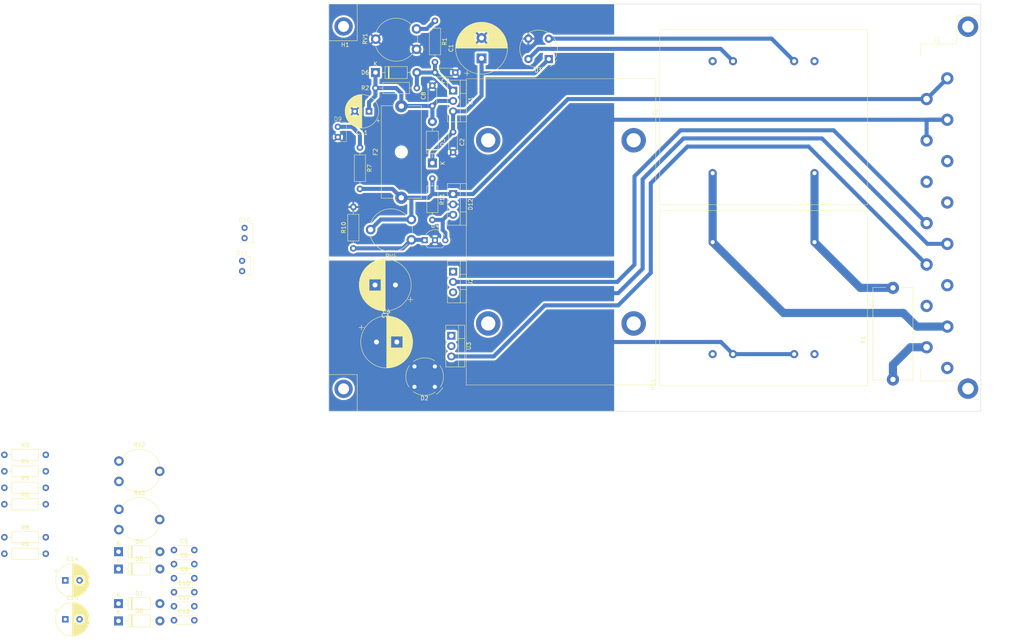
<source format=kicad_pcb>
(kicad_pcb (version 20221018) (generator pcbnew)
  (layers (0 "F.Cu" signal) (31 "B.Cu" signal) (34 "B.Paste" user) (35 "F.Paste" user) (36 "B.SilkS" user "B.Silkscreen") (37 "F.SilkS" user "F.Silkscreen") (38 "B.Mask" user) (39 "F.Mask" user) (44 "Edge.Cuts" user))
  (net 0 "")
  (net 1 "Net-(D1-+)")
  (net 2 "GND1")
  (net 6 "Net-(D2-+)")
  (net 7 "GND2")
  (net 10 "/N")
  (net 11 "/L")
  (net 12 "Net-(D2--)")
  (net 13 "Net-(D6-A)")
  (net 14 "Net-(D3-A)")
  (net 15 "Net-(D7-A)")
  (net 16 "Net-(D8-K)")
  (net 17 "+15V")
  (net 18 "-15V")
  (net 19 "Net-(T1-SA)")
  (net 20 "Net-(T2-SD)")
  (net 21 "Net-(T2-SA)")
  (net 22 "Net-(D9-A)")
  (net 23 "Net-(D10-A)")
  (net 24 "Net-(D11-K)")
  (net 25 "+5V")
  (net 26 "Net-(D12-G)")
  (net 27 "Earth")
  (net 28 "Net-(R4-Pad2)")
  (net 29 "Net-(U4-REF)")
  (net 30 "Net-(T1-AA)")
  (net 31 "Net-(T1-SB)")
  (net 32 "Net-(R1-Pad1)")
  (net 33 "Net-(R3-Pad1)")
  (footprint "Resistor_THT:R_Axial_DIN0207_L6.3mm_D2.5mm_P10.16mm_Horizontal" (layer "F.Cu") (at -9.64 162.85)
    (fp_text reference "R6" (at 5.08 -2.37) (layer "F.SilkS"))
    (fp_text value "240R")
    (pad "1" thru_hole circle (at 0 0) (size 1.6 1.6) (drill 0.8) (layers "*.Cu" "*.Mask") (net 18 "-15V"))
    (pad "2" thru_hole oval (at 10.16 0) (size 1.6 1.6) (drill 0.8) (layers "*.Cu" "*.Mask") (net 16 "Net-(D8-K)"))
  )
  (footprint "Capacitor_THT:CP_Radial_D12.5mm_P5.00mm" (layer "F.Cu") (at 107.465 53.323959 90)
    (fp_text reference "C1" (at 2.5 -7.5 90) (layer "F.SilkS"))
    (fp_text value "2200u")
    (pad "1" thru_hole rect (at 0 0 90) (size 2.4 2.4) (drill 1.2) (layers "*.Cu" "*.Mask") (net 1 "Net-(D1-+)"))
    (pad "2" thru_hole circle (at 5 0 90) (size 2.4 2.4) (drill 1.2) (layers "*.Cu" "*.Mask") (net 2 "GND1"))
  )
  (footprint "Resistor_THT:R_Axial_DIN0207_L6.3mm_D2.5mm_P10.16mm_Horizontal" (layer "F.Cu") (at -9.64 154.75)
    (fp_text reference "R4" (at 5.08 -2.37) (layer "F.SilkS"))
    (fp_text value "1k8")
    (pad "1" thru_hole circle (at 0 0) (size 1.6 1.6) (drill 0.8) (layers "*.Cu" "*.Mask") (net 16 "Net-(D8-K)"))
    (pad "2" thru_hole oval (at 10.16 0) (size 1.6 1.6) (drill 0.8) (layers "*.Cu" "*.Mask") (net 28 "Net-(R4-Pad2)"))
  )
  (footprint "Capacitor_THT:CP_Radial_D8.0mm_P3.50mm" (layer "F.Cu") (at 5.314698 191.1)
    (fp_text reference "C15" (at 1.75 -5.25) (layer "F.SilkS"))
    (fp_text value "470u")
    (pad "1" thru_hole rect (at 0 0) (size 1.6 1.6) (drill 0.8) (layers "*.Cu" "*.Mask") (net 7 "GND2"))
    (pad "2" thru_hole circle (at 3.5 0) (size 1.6 1.6) (drill 0.8) (layers "*.Cu" "*.Mask") (net 18 "-15V"))
  )
  (footprint "Diode_THT:D_DO-41_SOD81_P10.16mm_Horizontal" (layer "F.Cu") (at 95.4 79.04 90)
    (fp_text reference "D3" (at 5.08 2.54 90) (layer "F.SilkS"))
    (fp_text value "1N4002")
    (fp_text user "K" (at 0 2.54 90) (layer "F.SilkS"))
    (pad "1" thru_hole rect (at 0 0 90) (size 2.2 2.2) (drill 1.1) (layers "*.Cu" "*.Mask") (net 1 "Net-(D1-+)"))
    (pad "2" thru_hole oval (at 10.16 0 90) (size 2.2 2.2) (drill 1.1) (layers "*.Cu" "*.Mask") (net 14 "Net-(D3-A)"))
  )
  (footprint "Diode_THT:Diode_Bridge_Round_D9.0mm" (layer "F.Cu") (at 96 134 180)
    (fp_text reference "D2" (at 2.54 -2.794) (layer "F.SilkS"))
    (fp_text value "D_Bridge_+A-A")
    (pad "1" thru_hole rect (at 0 0 180) (size 2 2) (drill 1) (layers "*.Cu" "*.Mask") (net 6 "Net-(D2-+)"))
    (pad "2" thru_hole oval (at 0 5 180) (size 2 2) (drill 1) (layers "*.Cu" "*.Mask") (net 20 "Net-(T2-SD)"))
    (pad "3" thru_hole oval (at 5 5 180) (size 2 2) (drill 1) (layers "*.Cu" "*.Mask") (net 12 "Net-(D2--)"))
    (pad "4" thru_hole oval (at 5 0 180) (size 2 2) (drill 1) (layers "*.Cu" "*.Mask") (net 21 "Net-(T2-SA)"))
  )
  (footprint "Potentiometer_THT:Potentiometer_Piher_PT-10-V10_Vertical" (layer "F.Cu") (at 90.24 92.9 180)
    (fp_text reference "RV4" (at 5 -9.05) (layer "F.SilkS"))
    (fp_text value "1k")
    (pad "1" thru_hole circle (at 0 0 180) (size 2.34 2.34) (drill 1.3) (layers "*.Cu" "*.Mask") (net 25 "+5V"))
    (pad "2" thru_hole circle (at 10 -2.5 180) (size 2.34 2.34) (drill 1.3) (layers "*.Cu" "*.Mask") (net 25 "+5V"))
    (pad "3" thru_hole circle (at 0 -5 180) (size 2.34 2.34) (drill 1.3) (layers "*.Cu" "*.Mask") (net 29 "Net-(U4-REF)"))
  )
  (footprint "Capacitor_THT:CP_Radial_D12.5mm_P5.00mm" (layer "F.Cu") (at 81.676041 123)
    (fp_text reference "C4" (at 2.5 -7.5) (layer "F.SilkS"))
    (fp_text value "2200u")
    (pad "1" thru_hole rect (at 0 0) (size 2.4 2.4) (drill 1.2) (layers "*.Cu" "*.Mask") (net 7 "GND2"))
    (pad "2" thru_hole circle (at 5 0) (size 2.4 2.4) (drill 1.2) (layers "*.Cu" "*.Mask") (net 12 "Net-(D2--)"))
  )
  (footprint "Capacitor_THT:C_Disc_D4.3mm_W1.9mm_P5.00mm" (layer "F.Cu") (at 96.035 56.815)
    (fp_text reference "C7" (at 2.5 2.06) (layer "F.SilkS"))
    (fp_text value "100n")
    (pad "1" thru_hole circle (at 0 0) (size 1.6 1.6) (drill 0.8) (layers "*.Cu" "*.Mask") (net 13 "Net-(D6-A)"))
    (pad "2" thru_hole circle (at 5 0) (size 1.6 1.6) (drill 0.8) (layers "*.Cu" "*.Mask") (net 2 "GND1"))
  )
  (footprint "Diode_THT:D_DO-41_SOD81_P10.16mm_Horizontal" (layer "F.Cu") (at 18.37 174.5)
    (fp_text reference "D4" (at 5.08 -2.47) (layer "F.SilkS"))
    (fp_text value "1N4002")
    (fp_text user "K" (at 0 -2.1) (layer "F.SilkS"))
    (pad "1" thru_hole rect (at 0 0) (size 2.2 2.2) (drill 1.1) (layers "*.Cu" "*.Mask") (net 6 "Net-(D2-+)"))
    (pad "2" thru_hole oval (at 10.16 0) (size 2.2 2.2) (drill 1.1) (layers "*.Cu" "*.Mask") (net 17 "+15V"))
  )
  (footprint "Diode_THT:D_DO-41_SOD81_P10.16mm_Horizontal" (layer "F.Cu") (at 18.37 178.75)
    (fp_text reference "D5" (at 5.08 -2.47) (layer "F.SilkS"))
    (fp_text value "1N4002")
    (fp_text user "K" (at 0 -2.1) (layer "F.SilkS"))
    (pad "1" thru_hole rect (at 0 0) (size 2.2 2.2) (drill 1.1) (layers "*.Cu" "*.Mask") (net 18 "-15V"))
    (pad "2" thru_hole oval (at 10.16 0) (size 2.2 2.2) (drill 1.1) (layers "*.Cu" "*.Mask") (net 12 "Net-(D2--)"))
  )
  (footprint "Package_TO_SOT_THT:TO-220-3_Vertical" (layer "F.Cu") (at 100.48 105.71 -90)
    (fp_text reference "U2" (at 2.54 -4.27 90) (layer "F.SilkS"))
    (fp_text value "LM317_TO-220")
    (pad "1" thru_hole rect (at 0 0 270) (size 1.905 2) (drill 1.1) (layers "*.Cu" "*.Mask") (net 15 "Net-(D7-A)"))
    (pad "2" thru_hole oval (at 2.54 0 270) (size 1.905 2) (drill 1.1) (layers "*.Cu" "*.Mask") (net 17 "+15V"))
    (pad "3" thru_hole oval (at 5.08 0 270) (size 1.905 2) (drill 1.1) (layers "*.Cu" "*.Mask") (net 6 "Net-(D2-+)"))
  )
  (footprint "Package_TO_SOT_THT:TO-220-3_Vertical" (layer "F.Cu") (at 100.055 121.46 -90)
    (fp_text reference "U3" (at 2.54 -4.27 90) (layer "F.SilkS"))
    (fp_text value "LM337_TO220")
    (pad "1" thru_hole rect (at 0 0 270) (size 1.905 2) (drill 1.1) (layers "*.Cu" "*.Mask") (net 16 "Net-(D8-K)"))
    (pad "2" thru_hole oval (at 2.54 0 270) (size 1.905 2) (drill 1.1) (layers "*.Cu" "*.Mask") (net 12 "Net-(D2--)"))
    (pad "3" thru_hole oval (at 5.08 0 270) (size 1.905 2) (drill 1.1) (layers "*.Cu" "*.Mask") (net 18 "-15V"))
  )
  (footprint "Potentiometer_THT:Potentiometer_Piher_PT-10-V10_Vertical" (layer "F.Cu") (at 91.51 46.1 180)
    (fp_text reference "RV1" (at 12.62 -2.46 90) (layer "F.SilkS"))
    (fp_text value "1k")
    (pad "1" thru_hole circle (at 0 0 180) (size 2.34 2.34) (drill 1.3) (layers "*.Cu" "*.Mask") (net 32 "Net-(R1-Pad1)"))
    (pad "2" thru_hole circle (at 10 -2.5 180) (size 2.34 2.34) (drill 1.3) (layers "*.Cu" "*.Mask") (net 2 "GND1"))
    (pad "3" thru_hole circle (at 0 -5 180) (size 2.34 2.34) (drill 1.3) (layers "*.Cu" "*.Mask") (net 2 "GND1"))
  )
  (footprint "Potentiometer_THT:Potentiometer_Piher_PT-10-V10_Vertical" (layer "F.Cu") (at 18.47 169.1)
    (fp_text reference "RV3" (at 5 -9.05) (layer "F.SilkS"))
    (fp_text value "1k")
    (pad "1" thru_hole circle (at 0 0) (size 2.34 2.34) (drill 1.3) (layers "*.Cu" "*.Mask") (net 7 "GND2"))
    (pad "2" thru_hole circle (at 10 -2.5) (size 2.34 2.34) (drill 1.3) (layers "*.Cu" "*.Mask") (net 7 "GND2"))
    (pad "3" thru_hole circle (at 0 -5) (size 2.34 2.34) (drill 1.3) (layers "*.Cu" "*.Mask") (net 28 "Net-(R4-Pad2)"))
  )
  (footprint "Capacitor_THT:C_Disc_D4.3mm_W1.9mm_P5.00mm" (layer "F.Cu") (at 31.98 187.9)
    (fp_text reference "C12" (at 2.5 -2.2) (layer "F.SilkS"))
    (fp_text value "100n")
    (pad "1" thru_hole circle (at 0 0) (size 1.6 1.6) (drill 0.8) (layers "*.Cu" "*.Mask") (net 17 "+15V"))
    (pad "2" thru_hole circle (at 5 0) (size 1.6 1.6) (drill 0.8) (layers "*.Cu" "*.Mask") (net 7 "GND2"))
  )
  (footprint "Capacitor_THT:C_Disc_D4.3mm_W1.9mm_P5.00mm" (layer "F.Cu") (at 31.98 177.55)
    (fp_text reference "C6" (at 2.5 -2.2) (layer "F.SilkS"))
    (fp_text value "100n")
    (pad "1" thru_hole circle (at 0 0) (size 1.6 1.6) (drill 0.8) (layers "*.Cu" "*.Mask") (net 7 "GND2"))
    (pad "2" thru_hole circle (at 5 0) (size 1.6 1.6) (drill 0.8) (layers "*.Cu" "*.Mask") (net 12 "Net-(D2--)"))
  )
  (footprint "rackz80-footprints:Eurocard_FrontPanel" (layer "F.Cu") (at 70 140)
    (fp_text reference "H1" (at 4 -90) (layer "F.SilkS"))
    (fp_text value "FrontPanel")
    (pad "" np_thru_hole circle (at 3.6 -94.5) (size 4.5 4.5) (drill 2.7) (layers "*.Cu" "*.Mask"))
    (pad "" np_thru_hole circle (at 3.6 -5.5) (size 4.5 4.5) (drill 2.7) (layers "*.Cu" "*.Mask"))
  )
  (footprint "rackz80-footprints:LED_Kingbright_T-1_3mm" (layer "F.Cu") (at 72.2 72.685)
    (fp_text reference "D9" (at 0 -4.45 unlocked) (layer "F.SilkS") (effects (font (thickness 0.1))))
    (fp_text value "LED")
    (pad "1" thru_hole circle (at 0 0) (size 1.524 1.524) (drill 0.762) (layers "*.Cu" "*.Mask") (net 2 "GND1"))
    (pad "2" thru_hole circle (at 0 -2.54) (size 1.524 1.524) (drill 0.762) (layers "*.Cu" "*.Mask") (net 22 "Net-(D9-A)"))
  )
  (footprint "Capacitor_THT:C_Disc_D4.3mm_W1.9mm_P5.00mm" (layer "F.Cu") (at 31.98 174.1)
    (fp_text reference "C5" (at 2.5 -2.2) (layer "F.SilkS"))
    (fp_text value "100n")
    (pad "1" thru_hole circle (at 0 0) (size 1.6 1.6) (drill 0.8) (layers "*.Cu" "*.Mask") (net 6 "Net-(D2-+)"))
    (pad "2" thru_hole circle (at 5 0) (size 1.6 1.6) (drill 0.8) (layers "*.Cu" "*.Mask") (net 7 "GND2"))
  )
  (footprint "rackz80-footprints:BlockTrafo_10VA" (layer "F.Cu") (at 189.18 81.525 90)
    (fp_text reference "T1" (at 15 -39 90 unlocked) (layer "F.SilkS") (effects (font (thickness 0.1))))
    (fp_text value "Transformer_1P_1S")
    (pad "1" thru_hole circle (at 0 0 90) (size 2 2) (drill 1) (layers "*.Cu" "*.Mask") (net 30 "Net-(T1-AA)"))
    (pad "6" thru_hole circle (at 0 -25 90) (size 2 2) (drill 1) (layers "*.Cu" "*.Mask") (net 10 "/N"))
    (pad "7" thru_hole circle (at 27.5 -25 90) (size 2 2) (drill 1) (layers "*.Cu" "*.Mask"))
    (pad "8" thru_hole circle (at 27.5 -20 90) (size 2 2) (drill 1) (layers "*.Cu" "*.Mask") (net 19 "Net-(T1-SA)"))
    (pad "11" thru_hole circle (at 27.5 -5 90) (size 2 2) (drill 1) (layers "*.Cu" "*.Mask") (net 31 "Net-(T1-SB)"))
    (pad "12" thru_hole circle (at 27.5 0 90) (size 2 2) (drill 1) (layers "*.Cu" "*.Mask"))
  )
  (footprint "rackz80-footprints:BlockTrafo_10VA" (layer "F.Cu") (at 164.18 98.475 -90)
    (fp_text reference "T2" (at 15 -39 -90 unlocked) (layer "F.SilkS") (effects (font (thickness 0.1))))
    (fp_text value "Transformer_1P_2S")
    (pad "1" thru_hole circle (at 0 0 270) (size 2 2) (drill 1) (layers "*.Cu" "*.Mask") (net 10 "/N"))
    (pad "6" thru_hole circle (at 0 -25 270) (size 2 2) (drill 1) (layers "*.Cu" "*.Mask") (net 30 "Net-(T1-AA)"))
    (pad "7" thru_hole circle (at 27.5 -25 270) (size 2 2) (drill 1) (layers "*.Cu" "*.Mask") (net 21 "Net-(T2-SA)"))
    (pad "8" thru_hole circle (at 27.5 -20 270) (size 2 2) (drill 1) (layers "*.Cu" "*.Mask") (net 7 "GND2"))
    (pad "11" thru_hole circle (at 27.5 -5 270) (size 2 2) (drill 1) (layers "*.Cu" "*.Mask") (net 7 "GND2"))
    (pad "12" thru_hole circle (at 27.5 0 270) (size 2 2) (drill 1) (layers "*.Cu" "*.Mask") (net 20 "Net-(T2-SD)"))
  )
  (footprint "Capacitor_THT:CP_Radial_D12.5mm_P5.00mm" (layer "F.Cu") (at 86.323959 109 180)
    (fp_text reference "C3" (at 2.5 -7.5) (layer "F.SilkS"))
    (fp_text value "2200u")
    (pad "1" thru_hole rect (at 0 0 180) (size 2.4 2.4) (drill 1.2) (layers "*.Cu" "*.Mask") (net 6 "Net-(D2-+)"))
    (pad "2" thru_hole circle (at 5 0 180) (size 2.4 2.4) (drill 1.2) (layers "*.Cu" "*.Mask") (net 7 "GND2"))
  )
  (footprint "Diode_THT:D_DO-41_SOD81_P10.16mm_Horizontal" (layer "F.Cu") (at 18.37 191.5)
    (fp_text reference "D8" (at 5.08 -2.47) (layer "F.SilkS"))
    (fp_text value "1N4002")
    (fp_text user "K" (at 0 -2.1) (layer "F.SilkS"))
    (pad "1" thru_hole rect (at 0 0) (size 2.2 2.2) (drill 1.1) (layers "*.Cu" "*.Mask") (net 16 "Net-(D8-K)"))
    (pad "2" thru_hole oval (at 10.16 0) (size 2.2 2.2) (drill 1.1) (layers "*.Cu" "*.Mask") (net 18 "-15V"))
  )
  (footprint "Capacitor_THT:C_Disc_D4.3mm_W1.9mm_P5.00mm" (layer "F.Cu") (at 31.98 191.35)
    (fp_text reference "C13" (at 2.5 -2.2) (layer "F.SilkS"))
    (fp_text value "100n")
    (pad "1" thru_hole circle (at 0 0) (size 1.6 1.6) (drill 0.8) (layers "*.Cu" "*.Mask") (net 7 "GND2"))
    (pad "2" thru_hole circle (at 5 0) (size 1.6 1.6) (drill 0.8) (layers "*.Cu" "*.Mask") (net 18 "-15V"))
  )
  (footprint "Capacitor_THT:CP_Radial_D8.0mm_P3.50mm" (layer "F.Cu") (at 5.314698 181.55)
    (fp_text reference "C14" (at 1.75 -5.25) (layer "F.SilkS"))
    (fp_text value "470u")
    (pad "1" thru_hole rect (at 0 0) (size 1.6 1.6) (drill 0.8) (layers "*.Cu" "*.Mask") (net 17 "+15V"))
    (pad "2" thru_hole circle (at 3.5 0) (size 1.6 1.6) (drill 0.8) (layers "*.Cu" "*.Mask") (net 7 "GND2"))
  )
  (footprint "Resistor_THT:R_Axial_DIN0207_L6.3mm_D2.5mm_P10.16mm_Horizontal" (layer "F.Cu") (at 77.62 75.23 -90)
    (fp_text reference "R7" (at 5.08 -2.37 90) (layer "F.SilkS"))
    (fp_text value "240R")
    (pad "1" thru_hole circle (at 0 0 270) (size 1.6 1.6) (drill 0.8) (layers "*.Cu" "*.Mask") (net 22 "Net-(D9-A)"))
    (pad "2" thru_hole oval (at 10.16 0 270) (size 1.6 1.6) (drill 0.8) (layers "*.Cu" "*.Mask") (net 25 "+5V"))
  )
  (footprint "Diode_THT:D_DO-41_SOD81_P10.16mm_Horizontal" (layer "F.Cu") (at 81.43 56.815)
    (fp_text reference "D6" (at -2.54 0) (layer "F.SilkS"))
    (fp_text value "1N4002")
    (fp_text user "K" (at 0 -2.1) (layer "F.SilkS"))
    (pad "1" thru_hole rect (at 0 0) (size 2.2 2.2) (drill 1.1) (layers "*.Cu" "*.Mask") (net 14 "Net-(D3-A)"))
    (pad "2" thru_hole oval (at 10.16 0) (size 2.2 2.2) (drill 1.1) (layers "*.Cu" "*.Mask") (net 13 "Net-(D6-A)"))
  )
  (footprint "Resistor_THT:R_Axial_DIN0207_L6.3mm_D2.5mm_P10.16mm_Horizontal" (layer "F.Cu") (at -9.64 158.8)
    (fp_text reference "R5" (at 5.08 -2.37) (layer "F.SilkS"))
    (fp_text value "240R")
    (pad "1" thru_hole circle (at 0 0) (size 1.6 1.6) (drill 0.8) (layers "*.Cu" "*.Mask") (net 15 "Net-(D7-A)"))
    (pad "2" thru_hole oval (at 10.16 0) (size 1.6 1.6) (drill 0.8) (layers "*.Cu" "*.Mask") (net 17 "+15V"))
  )
  (footprint "Capacitor_THT:C_Disc_D4.3mm_W1.9mm_P5.00mm" (layer "F.Cu") (at 95.4 65.03 90)
    (fp_text reference "C8" (at 2.5 -2.2 90) (layer "F.SilkS"))
    (fp_text value "100n")
    (pad "1" thru_hole circle (at 0 0 90) (size 1.6 1.6) (drill 0.8) (layers "*.Cu" "*.Mask") (net 14 "Net-(D3-A)"))
    (pad "2" thru_hole circle (at 5 0 90) (size 1.6 1.6) (drill 0.8) (layers "*.Cu" "*.Mask") (net 2 "GND1"))
  )
  (footprint "Resistor_THT:R_Axial_DIN0207_L6.3mm_D2.5mm_P10.16mm_Horizontal" (layer "F.Cu") (at 95.4 82.85 -90)
    (fp_text reference "R11" (at 5.08 -2.37 90) (layer "F.SilkS"))
    (fp_text value "240R")
    (pad "1" thru_hole circle (at 0 0 270) (size 1.6 1.6) (drill 0.8) (layers "*.Cu" "*.Mask") (net 25 "+5V"))
    (pad "2" thru_hole oval (at 10.16 0 270) (size 1.6 1.6) (drill 0.8) (layers "*.Cu" "*.Mask") (net 26 "Net-(D12-G)"))
  )
  (footprint "Diode_THT:Diode_Bridge_Round_D9.0mm" (layer "F.Cu") (at 123.965 53.5 180)
    (fp_text reference "D1" (at 2.54 -2.794) (layer "F.SilkS"))
    (fp_text value "D_Bridge_+A-A")
    (pad "1" thru_hole rect (at 0 0 180) (size 2 2) (drill 1) (layers "*.Cu" "*.Mask") (net 1 "Net-(D1-+)"))
    (pad "2" thru_hole oval (at 0 5 180) (size 2 2) (drill 1) (layers "*.Cu" "*.Mask") (net 31 "Net-(T1-SB)"))
    (pad "3" thru_hole oval (at 5 5 180) (size 2 2) (drill 1) (layers "*.Cu" "*.Mask") (net 2 "GND1"))
    (pad "4" thru_hole oval (at 5 0 180) (size 2 2) (drill 1) (layers "*.Cu" "*.Mask") (net 19 "Net-(T1-SA)"))
  )
  (footprint "Resistor_THT:R_Axial_DIN0207_L6.3mm_D2.5mm_P10.16mm_Horizontal" (layer "F.Cu") (at -9.64 175)
    (fp_text reference "R9" (at 5.08 -2.37) (layer "F.SilkS"))
    (fp_text value "1k")
    (pad "1" thru_hole circle (at 0 0) (size 1.6 1.6) (drill 0.8) (layers "*.Cu" "*.Mask") (net 18 "-15V"))
    (pad "2" thru_hole oval (at 10.16 0) (size 1.6 1.6) (drill 0.8) (layers "*.Cu" "*.Mask") (net 24 "Net-(D11-K)"))
  )
  (footprint "rackz80-footprints:DIN41612_H_right_angle" (layer "F.Cu") (at 230 140)
    (fp_text reference "J1" (at -10.75 -91.3 unlocked) (layer "F.SilkS") (effects (font (thickness 0.1))))
    (fp_text value "DIN41612 H15")
    (pad "" np_thru_hole circle (at -3.15 -94.45) (size 5 5) (drill 2.85) (layers "F&B.Cu" "*.Mask"))
    (pad "" np_thru_hole circle (at -3.15 -5.55) (size 5 5) (drill 2.85) (layers "F&B.Cu" "*.Mask"))
    (pad "4" thru_hole circle (at -8.23 -81.75) (size 3 3) (drill 1.6) (layers "*.Cu" "*.Mask") (net 25 "+5V"))
    (pad "6" thru_hole circle (at -13.31 -76.67) (size 3 3) (drill 1.6) (layers "*.Cu" "*.Mask") (net 25 "+5V"))
    (pad "8" thru_hole circle (at -8.23 -71.59) (size 3 3) (drill 1.6) (layers "*.Cu" "*.Mask") (net 2 "GND1"))
    (pad "10" thru_hole circle (at -13.31 -66.51) (size 3 3) (drill 1.6) (layers "*.Cu" "*.Mask") (net 2 "GND1"))
    (pad "12" thru_hole circle (at -8.23 -61.43) (size 3 3) (drill 1.6) (layers "*.Cu" "*.Mask"))
    (pad "14" thru_hole circle (at -13.31 -56.35) (size 3 3) (drill 1.6) (layers "*.Cu" "*.Mask"))
    (pad "16" thru_hole circle (at -8.23 -51.27) (size 3 3) (drill 1.6) (layers "*.Cu" "*.Mask"))
    (pad "18" thru_hole circle (at -13.31 -46.19) (size 3 3) (drill 1.6) (layers "*.Cu" "*.Mask") (net 17 "+15V"))
    (pad "20" thru_hole circle (at -8.23 -41.11) (size 3 3) (drill 1.6) (layers "*.Cu" "*.Mask") (net 7 "GND2"))
    (pad "22" thru_hole circle (at -13.31 -36.03) (size 3 3) (drill 1.6) (layers "*.Cu" "*.Mask") (net 18 "-15V"))
    (pad "24" thru_hole circle (at -8.23 -30.95) (size 3 3) (drill 1.6) (layers "*.Cu" "*.Mask"))
    (pad "26" thru_hole circle (at -13.31 -25.87) (size 3 3) (drill 1.6) (layers "*.Cu" "*.Mask"))
    (pad "28" thru_hole circle (at -8.23 -20.79) (size 3 3) (drill 1.6) (layers "*.Cu" "*.Mask") (net 10 "/N"))
    (pad "30" thru_hole circle (at -13.31 -15.71) (size 3 3) (drill 1.6) (layers "*.Cu" "*.Mask") (net 11 "/L"))
    (pad "32" thru_hole circle (at -8.23 -10.63) (size 3 3) (drill 1.6) (layers "*.Cu" "*.Mask") (net 27 "Earth"))
  )
  (footprint "Package_TO_SOT_THT:TO-92_Inline_Wide" (layer "F.Cu") (at 93.495 98)
    (fp_text reference "U4" (at 2.54 -3.56) (layer "F.SilkS"))
    (fp_text value "TL431")
    (pad "1" thru_hole rect (at 0 0) (size 1.5 1.5) (drill 0.8) (layers "*.Cu" "*.Mask") (net 29 "Net-(U4-REF)"))
    (pad "2" thru_hole circle (at 2.54 0) (size 1.5 1.5) (drill 0.8) (layers "*.Cu" "*.Mask") (net 2 "GND1"))
    (pad "3" thru_hole circle (at 5.08 0) (size 1.5 1.5) (drill 0.8) (layers "*.Cu" "*.Mask") (net 26 "Net-(D12-G)"))
  )
  (footprint "Resistor_THT:R_Axial_DIN0207_L6.3mm_D2.5mm_P10.16mm_Horizontal" (layer "F.Cu") (at 76 99.995 90)
    (fp_text reference "R10" (at 5.08 -2.37 90) (layer "F.SilkS"))
    (fp_text value "470R")
    (pad "1" thru_hole circle (at 0 0 90) (size 1.6 1.6) (drill 0.8) (layers "*.Cu" "*.Mask") (net 29 "Net-(U4-REF)"))
    (pad "2" thru_hole oval (at 10.16 0 90) (size 1.6 1.6) (drill 0.8) (layers "*.Cu" "*.Mask") (net 2 "GND1"))
  )
  (footprint "Diode_THT:D_DO-41_SOD81_P10.16mm_Horizontal" (layer "F.Cu") (at 18.37 187.25)
    (fp_text reference "D7" (at 5.08 -2.47) (layer "F.SilkS"))
    (fp_text value "1N4002")
    (fp_text user "K" (at 0 -2.1) (layer "F.SilkS"))
    (pad "1" thru_hole rect (at 0 0) (size 2.2 2.2) (drill 1.1) (layers "*.Cu" "*.Mask") (net 17 "+15V"))
    (pad "2" thru_hole oval (at 10.16 0) (size 2.2 2.2) (drill 1.1) (layers "*.Cu" "*.Mask") (net 15 "Net-(D7-A)"))
  )
  (footprint "Package_TO_SOT_THT:TO-220-3_Vertical" (layer "F.Cu") (at 100.48 61.26 -90)
    (fp_text reference "U1" (at 2.54 -4.27 90) (layer "F.SilkS"))
    (fp_text value "LM317_TO-220")
    (pad "1" thru_hole rect (at 0 0 270) (size 1.905 2) (drill 1.1) (layers "*.Cu" "*.Mask") (net 13 "Net-(D6-A)"))
    (pad "2" thru_hole oval (at 2.54 0 270) (size 1.905 2) (drill 1.1) (layers "*.Cu" "*.Mask") (net 14 "Net-(D3-A)"))
    (pad "3" thru_hole oval (at 5.08 0 270) (size 1.905 2) (drill 1.1) (layers "*.Cu" "*.Mask") (net 1 "Net-(D1-+)"))
  )
  (footprint "Resistor_THT:R_Axial_DIN0207_L6.3mm_D2.5mm_P10.16mm_Horizontal" (layer "F.Cu") (at -9.64 170.95)
    (fp_text reference "R8" (at 5.08 -2.37) (layer "F.SilkS"))
    (fp_text value "1k")
    (pad "1" thru_hole circle (at 0 0) (size 1.6 1.6) (drill 0.8) (layers "*.Cu" "*.Mask") (net 17 "+15V"))
    (pad "2" thru_hole oval (at 10.16 0) (size 1.6 1.6) (drill 0.8) (layers "*.Cu" "*.Mask") (net 23 "Net-(D10-A)"))
  )
  (footprint "Fuse:Fuseholder_Cylinder-5x20mm_Schurter_0031_8201_Horizontal_Open" (layer "F.Cu") (at 87.78 65.07 -90)
    (fp_text reference "F2" (at 11.25 6.35 90) (layer "F.SilkS"))
    (fp_text value "1A Fast")
    (pad "" np_thru_hole circle (at 11.25 0 270) (size 2.7 2.7) (drill 2.7) (layers "*.Cu" "*.Mask"))
    (pad "1" thru_hole circle (at 0 0 270) (size 3 3) (drill 1.3) (layers "*.Cu" "*.Mask") (net 14 "Net-(D3-A)"))
    (pad "2" thru_hole circle (at 22.5 0 270) (size 3 3) (drill 1.3) (layers "*.Cu" "*.Mask") (net 25 "+5V"))
  )
  (footprint "Capacitor_THT:C_Disc_D4.3mm_W1.9mm_P5.00mm" (layer "F.Cu") (at 31.98 181)
    (fp_text reference "C9" (at 2.5 -2.2) (layer "F.SilkS"))
    (fp_text value "100n")
    (pad "1" thru_hole circle (at 0 0) (size 1.6 1.6) (drill 0.8) (layers "*.Cu" "*.Mask") (net 15 "Net-(D7-A)"))
    (pad "2" thru_hole circle (at 5 0) (size 1.6 1.6) (drill 0.8) (layers "*.Cu" "*.Mask") (net 7 "GND2"))
  )
  (footprint "rackz80-footprints:LED_Kingbright_T-1_3mm" (layer "F.Cu") (at 48.7 105.6)
    (fp_text reference "D11" (at 0 -4.45 unlocked) (layer "F.SilkS") (effects (font (thickness 0.1))))
    (fp_text value "LED")
    (pad "1" thru_hole circle (at 0 0) (size 1.524 1.524) (drill 0.762) (layers "*.Cu" "*.Mask") (net 24 "Net-(D11-K)"))
    (pad "2" thru_hole circle (at 0 -2.54) (size 1.524 1.524) (drill 0.762) (layers "*.Cu" "*.Mask") (net 7 "GND2"))
  )
  (footprint "Capacitor_THT:C_Disc_D4.3mm_W1.9mm_P5.00mm" (layer "F.Cu") (at 31.98 184.45)
    (fp_text reference "C10" (at 2.5 -2.2) (layer "F.SilkS"))
    (fp_text value "100n")
    (pad "1" thru_hole circle (at 0 0) (size 1.6 1.6) (drill 0.8) (layers "*.Cu" "*.Mask") (net 7 "GND2"))
    (pad "2" thru_hole circle (at 5 0) (size 1.6 1.6) (drill 0.8) (layers "*.Cu" "*.Mask") (net 16 "Net-(D8-K)"))
  )
  (footprint "rackz80-footprints:Heatsink_Fischer_SK68_75mm" (layer "F.Cu") (at 150.1 133.45 90)
    (fp_text reference "HS1" (at 0 -0.5 90 unlocked) (layer "F.SilkS") (effects (font (thickness 0.1))))
    (fp_text value "Heatsink")
    (pad "" np_thru_hole circle (at 15 -41 90) (size 6 6) (drill 3.5) (layers "F&B.Cu" "*.Mask"))
    (pad "" np_thru_hole circle (at 15 -5.3 90) (size 6 6) (drill 3.5) (layers "F&B.Cu" "*.Mask"))
    (pad "" np_thru_hole circle (at 60 -41 90) (size 6 6) (drill 3.5) (layers "F&B.Cu" "*.Mask"))
    (pad "" np_thru_hole circle (at 60 -5.3 90) (size 6 6) (drill 3.5) (layers "F&B.Cu" "*.Mask"))
  )
  (footprint "Capacitor_THT:CP_Radial_D8.0mm_P3.50mm" (layer "F.Cu") (at 79.85 66.34 180)
    (fp_text reference "C11" (at 1.75 -5.25) (layer "F.SilkS"))
    (fp_text value "470u")
    (pad "1" thru_hole rect (at 0 0 180) (size 1.6 1.6) (drill 0.8) (layers "*.Cu" "*.Mask") (net 14 "Net-(D3-A)"))
    (pad "2" thru_hole circle (at 3.5 0 180) (size 1.6 1.6) (drill 0.8) (layers "*.Cu" "*.Mask") (net 2 "GND1"))
  )
  (footprint "Resistor_THT:R_Axial_DIN0207_L6.3mm_D2.5mm_P10.16mm_Horizontal" (layer "F.Cu") (at 96.035 44.115 -90)
    (fp_text reference "R1" (at 5.08 -2.37 90) (layer "F.SilkS"))
    (fp_text value "1k")
    (pad "1" thru_hole circle (at 0 0 270) (size 1.6 1.6) (drill 0.8) (layers "*.Cu" "*.Mask") (net 32 "Net-(R1-Pad1)"))
    (pad "2" thru_hole oval (at 10.16 0 270) (size 1.6 1.6) (drill 0.8) (layers "*.Cu" "*.Mask") (net 13 "Net-(D6-A)"))
  )
  (footprint "Potentiometer_THT:Potentiometer_Piher_PT-10-V10_Vertical" (layer "F.Cu") (at 18.47 157.25)
    (fp_text reference "RV2" (at 5 -9.05) (layer "F.SilkS"))
    (fp_text value "1k")
    (pad "1" thru_hole circle (at 0 0) (size 2.34 2.34) (drill 1.3) (layers "*.Cu" "*.Mask") (net 33 "Net-(R3-Pad1)"))
    (pad "2" thru_hole circle (at 10 -2.5) (size 2.34 2.34) (drill 1.3) (layers "*.Cu" "*.Mask") (net 7 "GND2"))
    (pad "3" thru_hole circle (at 0 -5) (size 2.34 2.34) (drill 1.3) (layers "*.Cu" "*.Mask") (net 7 "GND2"))
  )
  (footprint "Resistor_THT:R_Axial_DIN0207_L6.3mm_D2.5mm_P10.16mm_Horizontal" (layer "F.Cu") (at -9.64 150.7)
    (fp_text reference "R3" (at 5.08 -2.37) (layer "F.SilkS"))
    (fp_text value "1k8")
    (pad "1" thru_hole circle (at 0 0) (size 1.6 1.6) (drill 0.8) (layers "*.Cu" "*.Mask") (net 33 "Net-(R3-Pad1)"))
    (pad "2" thru_hole oval (at 10.16 0) (size 1.6 1.6) (drill 0.8) (layers "*.Cu" "*.Mask") (net 15 "Net-(D7-A)"))
  )
  (footprint "Capacitor_THT:C_Disc_D4.3mm_W1.9mm_P5.00mm" (layer "F.Cu") (at 100.48 71.42 -90)
    (fp_text reference "C2" (at 2.5 -2.2 90) (layer "F.SilkS"))
    (fp_text value "100n")
    (pad "1" thru_hole circle (at 0 0 270) (size 1.6 1.6) (drill 0.8) (layers "*.Cu" "*.Mask") (net 1 "Net-(D1-+)"))
    (pad "2" thru_hole circle (at 5 0 270) (size 1.6 1.6) (drill 0.8) (layers "*.Cu" "*.Mask") (net 2 "GND1"))
  )
  (footprint "Fuse:Fuseholder_Cylinder-5x20mm_Schurter_0031_8201_Horizontal_Open" (layer "F.Cu") (at 208.43 132.2 90)
    (fp_text reference "F1" (at 9.815 -7.27 90) (layer "F.SilkS"))
    (fp_text value "100mA Slow")
    (pad "" np_thru_hole circle (at 11.25 0 90) (size 2.7 2.7) (drill 2.7) (layers "*.Cu" "*.Mask"))
    (pad "1" thru_hole circle (at 0 0 90) (size 3 3) (drill 1.3) (layers "*.Cu" "*.Mask") (net 11 "/L"))
    (pad "2" thru_hole circle (at 22.5 0 90) (size 3 3) (drill 1.3) (layers "*.Cu" "*.Mask") (net 30 "Net-(T1-AA)"))
  )
  (footprint "Package_TO_SOT_THT:TO-220-3_Vertical" (layer "F.Cu") (at 100.48 86.66 -90)
    (fp_text reference "D12" (at 2.54 -4.27 90) (layer "F.SilkS"))
    (fp_text value "BT138")
    (pad "1" thru_hole rect (at 0 0 270) (size 1.905 2) (drill 1.1) (layers "*.Cu" "*.Mask") (net 25 "+5V"))
    (pad "2" thru_hole oval (at 2.54 0 270) (size 1.905 2) (drill 1.1) (layers "*.Cu" "*.Mask") (net 2 "GND1"))
    (pad "3" thru_hole oval (at 5.08 0 270) (size 1.905 2) (drill 1.1) (layers "*.Cu" "*.Mask") (net 26 "Net-(D12-G)"))
  )
  (footprint "Resistor_THT:R_Axial_DIN0207_L6.3mm_D2.5mm_P10.16mm_Horizontal" (layer "F.Cu") (at 91.59 60.625 180)
    (fp_text reference "R2" (at 12.7 0) (layer "F.SilkS"))
    (fp_text value "470R")
    (pad "1" thru_hole circle (at 0 0 180) (size 1.6 1.6) (drill 0.8) (layers "*.Cu" "*.Mask") (net 13 "Net-(D6-A)"))
    (pad "2" thru_hole oval (at 10.16 0 180) (size 1.6 1.6) (drill 0.8) (layers "*.Cu" "*.Mask") (net 14 "Net-(D3-A)"))
  )
  (footprint "rackz80-footprints:LED_Kingbright_T-1_3mm" (layer "F.Cu") (at 49.3 97.5)
    (fp_text reference "D10" (at 0 -4.45 unlocked) (layer "F.SilkS") (effects (font (thickness 0.1))))
    (fp_text value "LED")
    (pad "1" thru_hole circle (at 0 0) (size 1.524 1.524) (drill 0.762) (layers "*.Cu" "*.Mask") (net 7 "GND2"))
    (pad "2" thru_hole circle (at 0 -2.54) (size 1.524 1.524) (drill 0.762) (layers "*.Cu" "*.Mask") (net 23 "Net-(D10-A)"))
  )
  (gr_rect (start 70 40) (end 230 140) (stroke (width 0.1)) (fill none) (layer "Edge.Cuts"))
  (segment (start 103.655 66.34) (end 100.48 66.34) (width 1) (layer "B.Cu") (net 1))
  (segment (start 95.4 79.04) (end 95.4 76.5) (width 1) (layer "B.Cu") (net 1))
  (segment (start 107.465 62.53) (end 103.655 66.34) (width 1) (layer "B.Cu") (net 1))
  (segment (start 107.465 57) (end 107.465 62.53) (width 1) (layer "B.Cu") (net 1))
  (segment (start 120.465 57) (end 107.465 57) (width 1) (layer "B.Cu") (net 1))
  (segment (start 95.4 76.5) (end 100.48 71.42) (width 1) (layer "B.Cu") (net 1))
  (segment (start 123.965 53.5) (end 120.465 57) (width 1) (layer "B.Cu") (net 1))
  (segment (start 107.465 53.323959) (end 107.465 57) (width 1) (layer "B.Cu") (net 1))
  (segment (start 100.48 66.34) (end 100.48 71.42) (width 1) (layer "B.Cu") (net 1))
  (segment (start 216.69 73.49) (end 216.69 68.72) (width 1) (layer "B.Cu") (net 2))
  (segment (start 216.69 68.72) (end 217 68.41) (width 1) (layer "B.Cu") (net 2))
  (segment (start 217 68.41) (end 221.77 68.41) (width 1) (layer "B.Cu") (net 2))
  (segment (start 221.77 68.41) (end 139.41 68.41) (width 1) (layer "B.Cu") (net 2))
  (segment (start 157 73) (end 147 83) (width 1) (layer "B.Cu") (net 7))
  (segment (start 141 111) (end 139 111) (width 1) (layer "B.Cu") (net 7))
  (segment (start 147 83) (end 147 105) (width 1) (layer "B.Cu") (net 7))
  (segment (start 166.205 123) (end 139 123) (width 1) (layer "B.Cu") (net 7))
  (segment (start 147 105) (end 141 111) (width 1) (layer "B.Cu") (net 7))
  (segment (start 184.18 125.975) (end 169.18 125.975) (width 1) (layer "B.Cu") (net 7))
  (segment (start 216.89 98.89) (end 191 73) (width 1) (layer "B.Cu") (net 7))
  (segment (start 191 73) (end 157 73) (width 1) (layer "B.Cu") (net 7))
  (segment (start 221.77 98.89) (end 216.89 98.89) (width 1) (layer "B.Cu") (net 7))
  (segment (start 169.18 125.975) (end 166.205 123) (width 1) (layer "B.Cu") (net 7))
  (segment (start 181.575 115.87) (end 164.18 98.475) (width 2) (layer "B.Cu") (net 10))
  (segment (start 210.97 115.87) (end 181.575 115.87) (width 2) (layer "B.Cu") (net 10))
  (segment (start 221.77 119.21) (end 214.31 119.21) (width 2) (layer "B.Cu") (net 10))
  (segment (start 164.18 98.475) (end 164.18 81.525) (width 2) (layer "B.Cu") (net 10))
  (segment (start 214.31 119.21) (end 210.97 115.87) (width 2) (layer "B.Cu") (net 10))
  (segment (start 216.69 124.29) (end 212.71 124.29) (width 2) (layer "B.Cu") (net 11))
  (segment (start 208.43 128.57) (end 208.43 132.2) (width 2) (layer "B.Cu") (net 11))
  (segment (start 212.71 124.29) (end 208.43 128.57) (width 2) (layer "B.Cu") (net 11))
  (segment (start 100.48 61.26) (end 96.035 56.815) (width 1) (layer "B.Cu") (net 13))
  (segment (start 96.035 56.815) (end 96.035 54.275) (width 1) (layer "B.Cu") (net 13))
  (segment (start 96.035 56.815) (end 91.59 56.815) (width 1) (layer "B.Cu") (net 13))
  (segment (start 91.59 56.815) (end 91.59 60.625) (width 1) (layer "B.Cu") (net 13))
  (segment (start 79.85 66.34) (end 79.85 64.11) (width 1) (layer "B.Cu") (net 14))
  (segment (start 96.63 63.8) (end 95.4 65.03) (width 1) (layer "B.Cu") (net 14))
  (segment (start 95.4 65.03) (end 95.4 68.88) (width 1) (layer "B.Cu") (net 14))
  (segment (start 87.78 65.07) (end 87.78 61.895) (width 1) (layer "B.Cu") (net 14))
  (segment (start 79.85 64.11) (end 81.43 62.53) (width 1) (layer "B.Cu") (net 14))
  (segment (start 100.48 63.8) (end 96.63 63.8) (width 1) (layer "B.Cu") (net 14))
  (segment (start 86.51 60.625) (end 81.43 60.625) (width 1) (layer "B.Cu") (net 14))
  (segment (start 87.78 61.895) (end 86.51 60.625) (width 1) (layer "B.Cu") (net 14))
  (segment (start 87.82 65.03) (end 87.78 65.07) (width 1) (layer "B.Cu") (net 14))
  (segment (start 95.4 65.03) (end 87.82 65.03) (width 1) (layer "B.Cu") (net 14))
  (segment (start 81.43 56.815) (end 81.43 60.625) (width 1) (layer "B.Cu") (net 14))
  (segment (start 81.43 62.53) (end 81.43 60.625) (width 1) (layer "B.Cu") (net 14))
  (segment (start 156.302944 71) (end 193.88 71) (width 1) (layer "B.Cu") (net 17))
  (segment (start 193.88 71) (end 216.69 93.81) (width 1) (layer "B.Cu") (net 17))
  (segment (start 100.48 108.25) (end 140.75 108.25) (width 1) (layer "B.Cu") (net 17))
  (segment (start 145 82.302944) (end 156.302944 71) (width 1) (layer "B.Cu") (net 17))
  (segment (start 140.75 108.25) (end 145 104) (width 1) (layer "B.Cu") (net 17))
  (segment (start 145 104) (end 145 82.302944) (width 1) (layer "B.Cu") (net 17))
  (segment (start 216.69 103.97) (end 187.72 75) (width 1) (layer "B.Cu") (net 18))
  (segment (start 141 114) (end 123 114) (width 1) (layer "B.Cu") (net 18))
  (segment (start 110.46 126.54) (end 100.055 126.54) (width 1) (layer "B.Cu") (net 18))
  (segment (start 158 75) (end 149 84) (width 1) (layer "B.Cu") (net 18))
  (segment (start 123 114) (end 110.46 126.54) (width 1) (layer "B.Cu") (net 18))
  (segment (start 149 106) (end 141 114) (width 1) (layer "B.Cu") (net 18))
  (segment (start 149 84) (end 149 106) (width 1) (layer "B.Cu") (net 18))
  (segment (start 187.72 75) (end 158 75) (width 1) (layer "B.Cu") (net 18))
  (segment (start 118.965 53.5) (end 121.465 51) (width 1) (layer "B.Cu") (net 19))
  (segment (start 166.155 51) (end 169.18 54.025) (width 1) (layer "B.Cu") (net 19))
  (segment (start 121.465 51) (end 166.155 51) (width 1) (layer "B.Cu") (net 19))
  (segment (start 77.62 72.055) (end 77.62 75.23) (width 1) (layer "B.Cu") (net 22))
  (segment (start 75.71 70.145) (end 77.62 72.055) (width 1) (layer "B.Cu") (net 22))
  (segment (start 72.2 70.145) (end 75.71 70.145) (width 1) (layer "B.Cu") (net 22))
  (segment (start 90.32 87.57) (end 90.24 87.65) (width 1) (layer "B.Cu") (net 25))
  (segment (start 105.34 86.66) (end 128.67 63.33) (width 1) (layer "B.Cu") (net 25))
  (segment (start 95.4 86.66) (end 100.48 86.66) (width 1) (layer "B.Cu") (net 25))
  (segment (start 95.4 86.66) (end 95.4 82.85) (width 1) (layer "B.Cu") (net 25))
  (segment (start 77.62 85.39) (end 85.6 85.39) (width 1) (layer "B.Cu") (net 25))
  (segment (start 100.48 86.66) (end 105.34 86.66) (width 1) (layer "B.Cu") (net 25))
  (segment (start 85.6 85.39) (end 87.78 87.57) (width 1) (layer "B.Cu") (net 25))
  (segment (start 90.32 87.57) (end 94.49 87.57) (width 1) (layer "B.Cu") (net 25))
  (segment (start 128.67 63.33) (end 216.69 63.33) (width 1) (layer "B.Cu") (net 25))
  (segment (start 82.74 92.9) (end 80.24 95.4) (width 1) (layer "B.Cu") (net 25))
  (segment (start 216.69 63.33) (end 221.77 58.25) (width 1) (layer "B.Cu") (net 25))
  (segment (start 87.78 87.57) (end 90.32 87.57) (width 1) (layer "B.Cu") (net 25))
  (segment (start 94.49 87.57) (end 95.4 86.66) (width 1) (layer "B.Cu") (net 25))
  (segment (start 90.24 87.65) (end 90.24 92.9) (width 1) (layer "B.Cu") (net 25))
  (segment (start 90.24 92.9) (end 82.74 92.9) (width 1) (layer "B.Cu") (net 25))
  (segment (start 98.575 96.185) (end 98.575 98) (width 1) (layer "B.Cu") (net 26))
  (segment (start 97.94 93.01) (end 97.94 95.55) (width 1) (layer "B.Cu") (net 26))
  (segment (start 97.94 93.01) (end 95.4 93.01) (width 1) (layer "B.Cu") (net 26))
  (segment (start 97.94 95.55) (end 98.575 96.185) (width 1) (layer "B.Cu") (net 26))
  (segment (start 99.21 91.74) (end 97.94 93.01) (width 1) (layer "B.Cu") (net 26))
  (segment (start 100.48 91.74) (end 99.21 91.74) (width 1) (layer "B.Cu") (net 26))
  (segment (start 76 99.995) (end 88.145 99.995) (width 1) (layer "B.Cu") (net 29))
  (segment (start 93.395 97.9) (end 93.495 98) (width 1) (layer "B.Cu") (net 29))
  (segment (start 88.145 99.995) (end 90.24 97.9) (width 1) (layer "B.Cu") (net 29))
  (segment (start 90.24 97.9) (end 93.395 97.9) (width 1) (layer "B.Cu") (net 29))
  (segment (start 189.18 98.475) (end 189.18 81.525) (width 2) (layer "B.Cu") (net 30))
  (segment (start 200.405 109.7) (end 208.43 109.7) (width 2) (layer "B.Cu") (net 30))
  (segment (start 189.18 98.475) (end 200.405 109.7) (width 2) (layer "B.Cu") (net 30))
  (segment (start 178.655 48.5) (end 184.18 54.025) (width 1) (layer "B.Cu") (net 31))
  (segment (start 178.655 48.5) (end 123.965 48.5) (width 1) (layer "B.Cu") (net 31))
  (segment (start 94.05 46.1) (end 96.035 44.115) (width 1) (layer "B.Cu") (net 32))
  (segment (start 91.51 46.1) (end 94.05 46.1) (width 1) (layer "B.Cu") (net 32))
  (zone (net 7) (net_name "GND2") (layer "B.Cu") (priority 1) (connect_pads (clearance 0.5)) (min_thickness 0.25) (fill yes (thermal_gap 0.5) (thermal_bridge_width 0.5))
    (polygon (pts (xy 64 103) (xy 140 103) (xy 140 141) (xy 64 141)))
  )
  (zone (net 2) (net_name "GND1") (layer "B.Cu") (connect_pads (clearance 0.5)) (min_thickness 0.25) (fill yes (thermal_gap 0.5) (thermal_bridge_width 0.5))
    (polygon (pts (xy 64 39) (xy 140 39) (xy 140 102) (xy 64 102)))
  )
)
</source>
